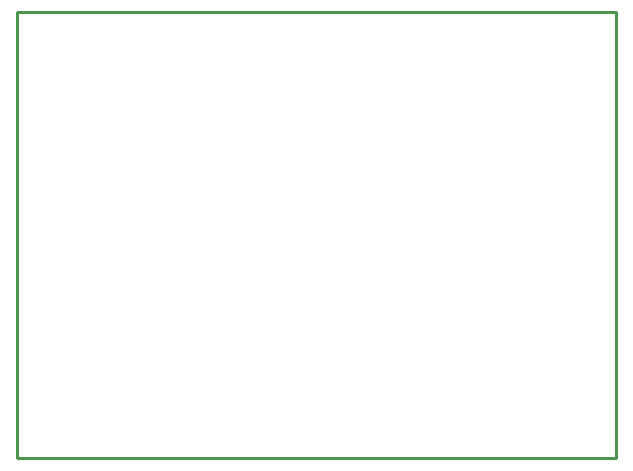
<source format=gbr>
G04 EAGLE Gerber RS-274X export*
G75*
%MOMM*%
%FSLAX34Y34*%
%LPD*%
%IN*%
%IPPOS*%
%AMOC8*
5,1,8,0,0,1.08239X$1,22.5*%
G01*
G04 Define Apertures*
%ADD10C,0.254000*%
D10*
X0Y0D02*
X507800Y0D01*
X507800Y377700D01*
X0Y377700D01*
X0Y0D01*
M02*

</source>
